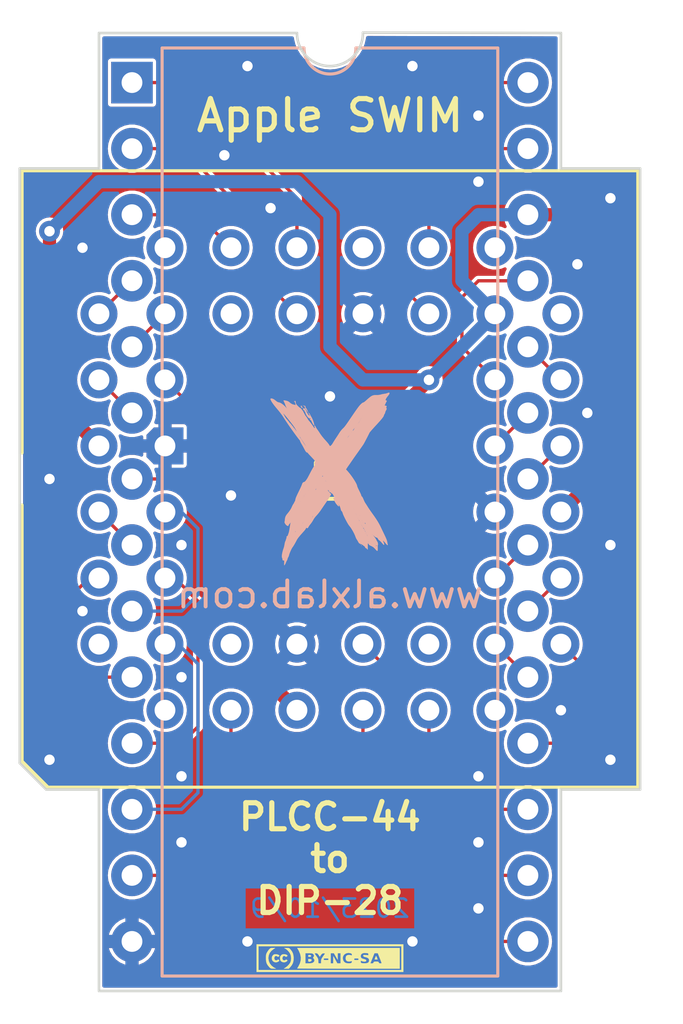
<source format=kicad_pcb>
(kicad_pcb (version 20211014) (generator pcbnew)
  (layers (0 "F.Cu" signal) (31 "B.Cu" signal) (34 "B.Paste" user) (35 "F.Paste" user) (36 "B.SilkS" user "B.Silkscreen") (37 "F.SilkS" user "F.Silkscreen") (38 "B.Mask" user) (39 "F.Mask" user) (44 "Edge.Cuts" user))
  (net 0 "")
  (net 1 "/PHASE_0")
  (net 2 "/PHASE_2")
  (net 3 "/A0")
  (net 4 "/A1")
  (net 5 "/A2")
  (net 6 "/A3")
  (net 7 "/~{DEV}")
  (net 8 "/WRDATA")
  (net 9 "/~{WRREQ}")
  (net 10 "/D0")
  (net 11 "/D1")
  (net 12 "/D2")
  (net 13 "/D3")
  (net 14 "/GND")
  (net 15 "/D4")
  (net 16 "/D5")
  (net 17 "/D6")
  (net 18 "/D7")
  (net 19 "/~{ENBL2}")
  (net 20 "/~{ENBL1}")
  (net 21 "/SENSE")
  (net 22 "/RDDATE")
  (net 23 "/~{RESET}")
  (net 24 "/FCLK")
  (net 25 "/Q3{slash}HDSEL")
  (net 26 "/VCC")
  (net 27 "/PHASE_3")
  (net 28 "/PHASE_1")
  (footprint "alxlab:DIP-28_W15.24mm_Lead-Frame_SHP-001" (layer "F.Cu") (at 125.755 79.945)
    (fp_text reference "U1" hide)
    (fp_text value "Apple_SWIM_DIP-28")
    (pad "1" thru_hole rect (at 0 0) (size 1.6 1.6) (drill 0.8) (layers *.Cu *.Mask) (net 1 "/PHASE_0"))
    (pad "2" thru_hole oval (at 0 2.54) (size 1.6 1.6) (drill 0.8) (layers *.Cu *.Mask) (net 2 "/PHASE_2"))
    (pad "3" thru_hole oval (at 0 5.08) (size 1.6 1.6) (drill 0.8) (layers *.Cu *.Mask) (net 3 "/A0"))
    (pad "4" thru_hole oval (at 0 7.62) (size 1.6 1.6) (drill 0.8) (layers *.Cu *.Mask) (net 4 "/A1"))
    (pad "5" thru_hole oval (at 0 10.16) (size 1.6 1.6) (drill 0.8) (layers *.Cu *.Mask) (net 5 "/A2"))
    (pad "6" thru_hole oval (at 0 12.7) (size 1.6 1.6) (drill 0.8) (layers *.Cu *.Mask) (net 6 "/A3"))
    (pad "7" thru_hole oval (at 0 15.24) (size 1.6 1.6) (drill 0.8) (layers *.Cu *.Mask) (net 7 "/~{DEV}"))
    (pad "8" thru_hole oval (at 0 17.78) (size 1.6 1.6) (drill 0.8) (layers *.Cu *.Mask) (net 8 "/WRDATA"))
    (pad "9" thru_hole oval (at 0 20.32) (size 1.6 1.6) (drill 0.8) (layers *.Cu *.Mask) (net 9 "/~{WRREQ}"))
    (pad "10" thru_hole oval (at 0 22.86) (size 1.6 1.6) (drill 0.8) (layers *.Cu *.Mask) (net 10 "/D0"))
    (pad "11" thru_hole oval (at 0 25.4) (size 1.6 1.6) (drill 0.8) (layers *.Cu *.Mask) (net 11 "/D1"))
    (pad "12" thru_hole oval (at 0 27.94) (size 1.6 1.6) (drill 0.8) (layers *.Cu *.Mask) (net 12 "/D2"))
    (pad "13" thru_hole oval (at 0 30.48) (size 1.6 1.6) (drill 0.8) (layers *.Cu *.Mask) (net 13 "/D3"))
    (pad "14" thru_hole oval (at 0 33.02) (size 1.6 1.6) (drill 0.8) (layers *.Cu *.Mask) (net 14 "/GND"))
    (pad "15" thru_hole oval (at 15.24 33.02) (size 1.6 1.6) (drill 0.8) (layers *.Cu *.Mask) (net 15 "/D4"))
    (pad "16" thru_hole oval (at 15.24 30.48) (size 1.6 1.6) (drill 0.8) (layers *.Cu *.Mask) (net 16 "/D5"))
    (pad "17" thru_hole oval (at 15.24 27.94) (size 1.6 1.6) (drill 0.8) (layers *.Cu *.Mask) (net 17 "/D6"))
    (pad "18" thru_hole oval (at 15.24 25.4) (size 1.6 1.6) (drill 0.8) (layers *.Cu *.Mask) (net 18 "/D7"))
    (pad "19" thru_hole oval (at 15.24 22.86) (size 1.6 1.6) (drill 0.8) (layers *.Cu *.Mask) (net 19 "/~{ENBL2}"))
    (pad "20" thru_hole oval (at 15.24 20.32) (size 1.6 1.6) (drill 0.8) (layers *.Cu *.Mask) (net 20 "/~{ENBL1}"))
    (pad "21" thru_hole oval (at 15.24 17.78) (size 1.6 1.6) (drill 0.8) (layers *.Cu *.Mask) (net 21 "/SENSE"))
    (pad "22" thru_hole oval (at 15.24 15.24) (size 1.6 1.6) (drill 0.8) (layers *.Cu *.Mask) (net 22 "/RDDATE"))
    (pad "23" thru_hole oval (at 15.24 12.7) (size 1.6 1.6) (drill 0.8) (layers *.Cu *.Mask) (net 23 "/~{RESET}"))
    (pad "24" thru_hole oval (at 15.24 10.16) (size 1.6 1.6) (drill 0.8) (layers *.Cu *.Mask) (net 24 "/FCLK"))
    (pad "25" thru_hole oval (at 15.24 7.62) (size 1.6 1.6) (drill 0.8) (layers *.Cu *.Mask) (net 25 "/Q3{slash}HDSEL"))
    (pad "26" thru_hole oval (at 15.24 5.08) (size 1.6 1.6) (drill 0.8) (layers *.Cu *.Mask) (net 26 "/VCC"))
    (pad "27" thru_hole oval (at 15.24 2.54) (size 1.6 1.6) (drill 0.8) (layers *.Cu *.Mask) (net 27 "/PHASE_3"))
    (pad "28" thru_hole oval (at 15.24 0) (size 1.6 1.6) (drill 0.8) (layers *.Cu *.Mask) (net 28 "/PHASE_1"))
  )
  (footprint "Package_LCC:PLCC-44_THT-Socket" (layer "F.Cu") (at 127.025 93.915 90)
    (fp_text reference "U2" (at -1.27 6.35 90) (layer "F.SilkS"))
    (fp_text value "Apple_SWIM_PLCC-44")
    (pad "1" thru_hole roundrect (at 0 0 90) (size 1.4224 1.4224) (drill 0.8) (layers *.Cu *.Mask "F.Paste") (roundrect_rratio 0) (chamfer_ratio 0.2) (chamfer top_left top_right) (net 14 "/GND"))
    (pad "2" thru_hole circle (at -2.54 -2.54 90) (size 1.4224 1.4224) (drill 0.8) (layers *.Cu *.Mask) (net 8 "/WRDATA"))
    (pad "3" thru_hole circle (at -2.54 0 90) (size 1.4224 1.4224) (drill 0.8) (layers *.Cu *.Mask) (net 9 "/~{WRREQ}"))
    (pad "4" thru_hole circle (at -5.08 -2.54 90) (size 1.4224 1.4224) (drill 0.8) (layers *.Cu *.Mask) (net 10 "/D0"))
    (pad "5" thru_hole circle (at -5.08 0 90) (size 1.4224 1.4224) (drill 0.8) (layers *.Cu *.Mask) (net 11 "/D1"))
    (pad "6" thru_hole circle (at -7.62 -2.54 90) (size 1.4224 1.4224) (drill 0.8) (layers *.Cu *.Mask))
    (pad "7" thru_hole circle (at -10.16 0 90) (size 1.4224 1.4224) (drill 0.8) (layers *.Cu *.Mask))
    (pad "8" thru_hole circle (at -7.62 0 90) (size 1.4224 1.4224) (drill 0.8) (layers *.Cu *.Mask) (net 12 "/D2"))
    (pad "9" thru_hole circle (at -10.16 2.54 90) (size 1.4224 1.4224) (drill 0.8) (layers *.Cu *.Mask) (net 13 "/D3"))
    (pad "10" thru_hole circle (at -7.62 2.54 90) (size 1.4224 1.4224) (drill 0.8) (layers *.Cu *.Mask))
    (pad "11" thru_hole circle (at -10.16 5.08 90) (size 1.4224 1.4224) (drill 0.8) (layers *.Cu *.Mask) (net 26 "/VCC"))
    (pad "12" thru_hole circle (at -7.62 5.08 90) (size 1.4224 1.4224) (drill 0.8) (layers *.Cu *.Mask) (net 14 "/GND"))
    (pad "13" thru_hole circle (at -10.16 7.62 90) (size 1.4224 1.4224) (drill 0.8) (layers *.Cu *.Mask) (net 15 "/D4"))
    (pad "14" thru_hole circle (at -7.62 7.62 90) (size 1.4224 1.4224) (drill 0.8) (layers *.Cu *.Mask) (net 16 "/D5"))
    (pad "15" thru_hole circle (at -10.16 10.16 90) (size 1.4224 1.4224) (drill 0.8) (layers *.Cu *.Mask) (net 17 "/D6"))
    (pad "16" thru_hole circle (at -7.62 10.16 90) (size 1.4224 1.4224) (drill 0.8) (layers *.Cu *.Mask))
    (pad "17" thru_hole circle (at -10.16 12.7 90) (size 1.4224 1.4224) (drill 0.8) (layers *.Cu *.Mask))
    (pad "18" thru_hole circle (at -7.62 15.24 90) (size 1.4224 1.4224) (drill 0.8) (layers *.Cu *.Mask) (net 18 "/D7"))
    (pad "19" thru_hole circle (at -7.62 12.7 90) (size 1.4224 1.4224) (drill 0.8) (layers *.Cu *.Mask) (net 19 "/~{ENBL2}"))
    (pad "20" thru_hole circle (at -5.08 15.24 90) (size 1.4224 1.4224) (drill 0.8) (layers *.Cu *.Mask) (net 20 "/~{ENBL1}"))
    (pad "21" thru_hole circle (at -5.08 12.7 90) (size 1.4224 1.4224) (drill 0.8) (layers *.Cu *.Mask) (net 21 "/SENSE"))
    (pad "22" thru_hole circle (at -2.54 15.24 90) (size 1.4224 1.4224) (drill 0.8) (layers *.Cu *.Mask) (net 26 "/VCC"))
    (pad "23" thru_hole circle (at -2.54 12.7 90) (size 1.4224 1.4224) (drill 0.8) (layers *.Cu *.Mask) (net 14 "/GND"))
    (pad "24" thru_hole circle (at 0 15.24 90) (size 1.4224 1.4224) (drill 0.8) (layers *.Cu *.Mask) (net 22 "/RDDATE"))
    (pad "25" thru_hole circle (at 0 12.7 90) (size 1.4224 1.4224) (drill 0.8) (layers *.Cu *.Mask) (net 23 "/~{RESET}"))
    (pad "26" thru_hole circle (at 2.54 15.24 90) (size 1.4224 1.4224) (drill 0.8) (layers *.Cu *.Mask) (net 24 "/FCLK"))
    (pad "27" thru_hole circle (at 2.54 12.7 90) (size 1.4224 1.4224) (drill 0.8) (layers *.Cu *.Mask) (net 25 "/Q3{slash}HDSEL"))
    (pad "28" thru_hole circle (at 5.08 15.24 90) (size 1.4224 1.4224) (drill 0.8) (layers *.Cu *.Mask))
    (pad "29" thru_hole circle (at 7.62 12.7 90) (size 1.4224 1.4224) (drill 0.8) (layers *.Cu *.Mask))
    (pad "30" thru_hole circle (at 5.08 12.7 90) (size 1.4224 1.4224) (drill 0.8) (layers *.Cu *.Mask) (net 26 "/VCC"))
    (pad "31" thru_hole circle (at 7.62 10.16 90) (size 1.4224 1.4224) (drill 0.8) (layers *.Cu *.Mask) (net 27 "/PHASE_3"))
    (pad "32" thru_hole circle (at 5.08 10.16 90) (size 1.4224 1.4224) (drill 0.8) (layers *.Cu *.Mask) (net 28 "/PHASE_1"))
    (pad "33" thru_hole circle (at 7.62 7.62 90) (size 1.4224 1.4224) (drill 0.8) (layers *.Cu *.Mask))
    (pad "34" thru_hole circle (at 5.08 7.62 90) (size 1.4224 1.4224) (drill 0.8) (layers *.Cu *.Mask) (net 14 "/GND"))
    (pad "35" thru_hole circle (at 7.62 5.08 90) (size 1.4224 1.4224) (drill 0.8) (layers *.Cu *.Mask) (net 1 "/PHASE_0"))
    (pad "36" thru_hole circle (at 5.08 5.08 90) (size 1.4224 1.4224) (drill 0.8) (layers *.Cu *.Mask) (net 2 "/PHASE_2"))
    (pad "37" thru_hole circle (at 7.62 2.54 90) (size 1.4224 1.4224) (drill 0.8) (layers *.Cu *.Mask) (net 3 "/A0"))
    (pad "38" thru_hole circle (at 5.08 2.54 90) (size 1.4224 1.4224) (drill 0.8) (layers *.Cu *.Mask))
    (pad "39" thru_hole circle (at 7.62 0 90) (size 1.4224 1.4224) (drill 0.8) (layers *.Cu *.Mask))
    (pad "40" thru_hole circle (at 5.08 -2.54 90) (size 1.4224 1.4224) (drill 0.8) (layers *.Cu *.Mask) (net 4 "/A1"))
    (pad "41" thru_hole circle (at 5.08 0 90) (size 1.4224 1.4224) (drill 0.8) (layers *.Cu *.Mask) (net 5 "/A2"))
    (pad "42" thru_hole circle (at 2.54 -2.54 90) (size 1.4224 1.4224) (drill 0.8) (layers *.Cu *.Mask) (net 6 "/A3"))
    (pad "43" thru_hole circle (at 2.54 0 90) (size 1.4224 1.4224) (drill 0.8) (layers *.Cu *.Mask) (net 7 "/~{DEV}"))
    (pad "44" thru_hole circle (at 0 -2.54 90) (size 1.4224 1.4224) (drill 0.8) (layers *.Cu *.Mask) (net 26 "/VCC"))
  )
  (footprint "alxlab:logo_7_back" (layer "F.Cu") (at 133.365567 94.123868)
    (fp_text reference "G***" hide)
    (fp_text value "LOGO" hide)
  )
  (footprint "alxlab:cc_by_nc_sa_small_front_silk_screen" (layer "F.Cu") (at 133.375 113.6)
    (fp_text reference "G***" hide)
    (fp_text value "LOGO" hide)
  )
  (gr_line (start 124.485 107.123) (end 122.453 107.123) (layer "Edge.Cuts") (width 0.1))
  (gr_line (start 124.485 114.87) (end 124.485 107.123) (layer "Edge.Cuts") (width 0.1))
  (gr_arc (start 134.645 78.025) (mid 133.382544 79.310022) (end 132.105 78.04) (layer "Edge.Cuts") (width 0.1))
  (gr_line (start 121.437 106.107) (end 122.453 107.123) (layer "Edge.Cuts") (width 0.1))
  (gr_line (start 121.437 106.107) (end 121.437 83.247) (layer "Edge.Cuts") (width 0.1))
  (gr_line (start 142.265 107.123) (end 142.265 114.87) (layer "Edge.Cuts") (width 0.1))
  (gr_line (start 121.437 83.247) (end 124.485 83.247) (layer "Edge.Cuts") (width 0.1))
  (gr_line (start 142.265 107.123) (end 145.313 107.123) (layer "Edge.Cuts") (width 0.1))
  (gr_line (start 145.313 107.123) (end 145.313 83.247) (layer "Edge.Cuts") (width 0.1))
  (gr_line (start 124.485 83.247) (end 124.485 78.04) (layer "Edge.Cuts") (width 0.1))
  (gr_line (start 134.645 78.025) (end 142.265 78.04) (layer "Edge.Cuts") (width 0.1))
  (gr_line (start 142.265 83.247) (end 142.265 78.04) (layer "Edge.Cuts") (width 0.1))
  (gr_line (start 145.313 83.247) (end 142.265 83.247) (layer "Edge.Cuts") (width 0.1))
  (gr_line (start 142.265 114.87) (end 124.485 114.87) (layer "Edge.Cuts") (width 0.1))
  (gr_line (start 124.485 78.04) (end 132.105 78.04) (layer "Edge.Cuts") (width 0.1))
  (gr_text "2023/10/9" (at 133.375 111.695) (layer "B.Cu") (effects (font (size 0.7 0.7) (thickness 0.1)) (justify mirror)))
  (gr_text "www.alxlab.com" (at 133.375 99.63) (layer "B.SilkS") (effects (font (size 1 1)) (justify mirror)))
  (gr_text "Apple SWIM" (at 133.375 81.215) (layer "F.SilkS") (effects (font (size 1.2 1.2) (thickness 0.2))))
  (gr_text "PLCC-44\nto\nDIP-28" (at 133.375 109.79) (layer "F.SilkS") (effects (font (size 1 1) (thickness 0.2))))
  (segment (start 125.755 79.945) (end 127.66 79.945) (width 0.127) (layer "F.Cu") (net 1))
  (segment (start 127.66 79.945) (end 132.105 84.39) (width 0.127) (layer "F.Cu") (net 1))
  (segment (start 132.105 84.39) (end 132.105 86.295) (width 0.127) (layer "F.Cu") (net 1))
  (segment (start 130.835 85.66) (end 130.835 87.565) (width 0.127) (layer "F.Cu") (net 2))
  (segment (start 130.835 87.565) (end 132.105 88.835) (width 0.127) (layer "F.Cu") (net 2))
  (segment (start 127.66 82.485) (end 130.835 85.66) (width 0.127) (layer "F.Cu") (net 2))
  (segment (start 125.755 82.485) (end 127.66 82.485) (width 0.127) (layer "F.Cu") (net 2))
  (segment (start 128.295 85.025) (end 129.565 86.295) (width 0.127) (layer "F.Cu") (net 3))
  (segment (start 125.755 85.025) (end 128.295 85.025) (width 0.127) (layer "F.Cu") (net 3))
  (segment (start 124.485 88.835) (end 125.755 87.565) (width 0.127) (layer "F.Cu") (net 4))
  (segment (start 125.755 90.105) (end 127.025 88.835) (width 0.127) (layer "F.Cu") (net 5))
  (segment (start 125.755 92.645) (end 124.485 91.375) (width 0.127) (layer "F.Cu") (net 6))
  (segment (start 128.93 93.28) (end 127.025 91.375) (width 0.127) (layer "F.Cu") (net 7))
  (segment (start 128.295 95.185) (end 128.93 94.55) (width 0.127) (layer "F.Cu") (net 7))
  (segment (start 128.93 94.55) (end 128.93 93.28) (width 0.127) (layer "F.Cu") (net 7))
  (segment (start 125.755 95.185) (end 128.295 95.185) (width 0.127) (layer "F.Cu") (net 7))
  (segment (start 125.755 97.725) (end 124.485 96.455) (width 0.127) (layer "F.Cu") (net 8))
  (segment (start 125.755 100.265) (end 127.662599 100.265) (width 0.127) (layer "B.Cu") (net 9))
  (segment (start 128.295 99.632599) (end 128.295 97.09) (width 0.127) (layer "B.Cu") (net 9))
  (segment (start 127.66 96.455) (end 127.025 96.455) (width 0.127) (layer "B.Cu") (net 9))
  (segment (start 128.295 97.09) (end 127.66 96.455) (width 0.127) (layer "B.Cu") (net 9))
  (segment (start 127.662599 100.265) (end 128.295 99.632599) (width 0.127) (layer "B.Cu") (net 9))
  (segment (start 123.85 102.805) (end 125.755 102.805) (width 0.127) (layer "F.Cu") (net 10))
  (segment (start 124.104 98.995) (end 123.215 99.884) (width 0.127) (layer "F.Cu") (net 10))
  (segment (start 123.215 102.17) (end 123.85 102.805) (width 0.127) (layer "F.Cu") (net 10))
  (segment (start 124.485 98.995) (end 124.104 98.995) (width 0.127) (layer "F.Cu") (net 10))
  (segment (start 123.215 99.884) (end 123.215 102.17) (width 0.127) (layer "F.Cu") (net 10))
  (segment (start 128.295 104.71) (end 127.66 105.345) (width 0.127) (layer "F.Cu") (net 11))
  (segment (start 127.66 105.345) (end 125.755 105.345) (width 0.127) (layer "F.Cu") (net 11))
  (segment (start 127.025 98.995) (end 127.406 98.995) (width 0.127) (layer "F.Cu") (net 11))
  (segment (start 128.295 99.884) (end 128.295 104.71) (width 0.127) (layer "F.Cu") (net 11))
  (segment (start 127.406 98.995) (end 128.295 99.884) (width 0.127) (layer "F.Cu") (net 11))
  (segment (start 128.295 102.297) (end 128.295 107.25) (width 0.127) (layer "B.Cu") (net 12))
  (segment (start 127.025 101.535) (end 127.533 101.535) (width 0.127) (layer "B.Cu") (net 12))
  (segment (start 127.66 107.885) (end 125.755 107.885) (width 0.127) (layer "B.Cu") (net 12))
  (segment (start 128.295 107.25) (end 127.66 107.885) (width 0.127) (layer "B.Cu") (net 12))
  (segment (start 127.533 101.535) (end 128.295 102.297) (width 0.127) (layer "B.Cu") (net 12))
  (segment (start 129.565 104.075) (end 129.565 108.52) (width 0.127) (layer "F.Cu") (net 13))
  (segment (start 127.66 110.425) (end 125.755 110.425) (width 0.127) (layer "F.Cu") (net 13))
  (segment (start 129.565 108.52) (end 127.66 110.425) (width 0.127) (layer "F.Cu") (net 13))
  (via (at 136.55 79.31) (size 0.8) (drill 0.4) (layers "F.Cu" "B.Cu") (net 14))
  (via (at 144.17 97.725) (size 0.8) (drill 0.4) (layers "F.Cu" "B.Cu") (net 14))
  (via (at 142.265 104.075) (size 0.8) (drill 0.4) (layers "F.Cu" "B.Cu") (net 14))
  (via (at 127.66 102.805) (size 0.8) (drill 0.4) (layers "F.Cu" "B.Cu") (net 14))
  (via (at 139.09 109.155) (size 0.8) (drill 0.4) (layers "F.Cu" "B.Cu") (net 14))
  (via (at 143.281 92.645) (size 0.8) (drill 0.4) (layers "F.Cu" "B.Cu") (net 14))
  (via (at 127.66 109.155) (size 0.8) (drill 0.4) (layers "F.Cu" "B.Cu") (net 14))
  (via (at 130.2 79.31) (size 0.8) (drill 0.4) (layers "F.Cu" "B.Cu") (net 14))
  (via (at 130.2 112.965) (size 0.8) (drill 0.4) (layers "F.Cu" "B.Cu") (net 14))
  (via (at 122.58 105.98) (size 0.8) (drill 0.4) (layers "F.Cu" "B.Cu") (net 14))
  (via (at 144.17 105.98) (size 0.8) (drill 0.4) (layers "F.Cu" "B.Cu") (net 14))
  (via (at 142.9 86.93) (size 0.8) (drill 0.4) (layers "F.Cu" "B.Cu") (net 14))
  (via (at 127.66 106.615) (size 0.8) (drill 0.4) (layers "F.Cu" "B.Cu") (net 14))
  (via (at 139.09 81.215) (size 0.8) (drill 0.4) (layers "F.Cu" "B.Cu") (net 14))
  (via (at 123.85 86.295) (size 0.8) (drill 0.4) (layers "F.Cu" "B.Cu") (net 14))
  (via (at 123.85 100.265) (size 0.8) (drill 0.4) (layers "F.Cu" "B.Cu") (net 14))
  (via (at 129.311 82.739) (size 0.8) (drill 0.4) (layers "F.Cu" "B.Cu") (net 14))
  (via (at 139.09 83.755) (size 0.8) (drill 0.4) (layers "F.Cu" "B.Cu") (net 14))
  (via (at 129.565 95.82) (size 0.8) (drill 0.4) (layers "F.Cu" "B.Cu") (net 14))
  (via (at 139.09 106.615) (size 0.8) (drill 0.4) (layers "F.Cu" "B.Cu") (net 14))
  (via (at 136.55 112.965) (size 0.8) (drill 0.4) (layers "F.Cu" "B.Cu") (net 14))
  (via (at 133.375 92.01) (size 0.8) (drill 0.4) (layers "F.Cu" "B.Cu") (net 14))
  (via (at 131.089 84.771) (size 0.8) (drill 0.4) (layers "F.Cu" "B.Cu") (net 14))
  (via (at 127.66 97.725) (size 0.8) (drill 0.4) (layers "F.Cu" "B.Cu") (net 14))
  (via (at 122.58 95.185) (size 0.8) (drill 0.4) (layers "F.Cu" "B.Cu") (net 14))
  (via (at 144.17 84.39) (size 0.8) (drill 0.4) (layers "F.Cu" "B.Cu") (net 14))
  (via (at 139.09 111.695) (size 0.8) (drill 0.4) (layers "F.Cu" "B.Cu") (net 14))
  (segment (start 139.09 112.965) (end 134.645 108.52) (width 0.127) (layer "F.Cu") (net 15))
  (segment (start 140.995 112.965) (end 139.09 112.965) (width 0.127) (layer "F.Cu") (net 15))
  (segment (start 134.645 108.52) (end 134.645 104.075) (width 0.127) (layer "F.Cu") (net 15))
  (segment (start 140.995 110.425) (end 139.09 110.425) (width 0.127) (layer "F.Cu") (net 16))
  (segment (start 135.915 107.25) (end 135.915 102.805) (width 0.127) (layer "F.Cu") (net 16))
  (segment (start 139.09 110.425) (end 135.915 107.25) (width 0.127) (layer "F.Cu") (net 16))
  (segment (start 135.915 102.805) (end 134.645 101.535) (width 0.127) (layer "F.Cu") (net 16))
  (segment (start 139.09 107.885) (end 137.185 105.98) (width 0.127) (layer "F.Cu") (net 17))
  (segment (start 137.185 105.98) (end 137.185 104.075) (width 0.127) (layer "F.Cu") (net 17))
  (segment (start 140.995 107.885) (end 139.09 107.885) (width 0.127) (layer "F.Cu") (net 17))
  (segment (start 142.9 105.345) (end 143.535 104.71) (width 0.127) (layer "F.Cu") (net 18))
  (segment (start 143.535 102.805) (end 142.265 101.535) (width 0.127) (layer "F.Cu") (net 18))
  (segment (start 143.535 104.71) (end 143.535 102.805) (width 0.127) (layer "F.Cu") (net 18))
  (segment (start 140.995 105.345) (end 142.9 105.345) (width 0.127) (layer "F.Cu") (net 18))
  (segment (start 139.725 101.535) (end 140.995 102.805) (width 0.127) (layer "F.Cu") (net 19))
  (segment (start 140.995 100.265) (end 142.265 98.995) (width 0.127) (layer "F.Cu") (net 20))
  (segment (start 140.995 97.725) (end 139.725 98.995) (width 0.127) (layer "F.Cu") (net 21))
  (segment (start 140.995 95.185) (end 142.265 93.915) (width 0.127) (layer "F.Cu") (net 22))
  (segment (start 139.725 93.915) (end 140.995 92.645) (width 0.127) (layer "F.Cu") (net 23))
  (segment (start 142.265 91.375) (end 140.995 90.105) (width 0.127) (layer "F.Cu") (net 24))
  (segment (start 139.725 91.375) (end 138.455 90.105) (width 0.127) (layer "F.Cu") (net 25))
  (segment (start 138.455 90.105) (end 138.455 88.2) (width 0.127) (layer "F.Cu") (net 25))
  (segment (start 139.09 87.565) (end 140.995 87.565) (width 0.127) (layer "F.Cu") (net 25))
  (segment (start 138.455 88.2) (end 139.09 87.565) (width 0.127) (layer "F.Cu") (net 25))
  (segment (start 142.9 85.025) (end 140.995 85.025) (width 0.508) (layer "F.Cu") (net 26))
  (segment (start 122.58 85.66) (end 122.58 92.01) (width 0.508) (layer "F.Cu") (net 26))
  (segment (start 137.185 91.375) (end 130.835 97.725) (width 0.508) (layer "F.Cu") (net 26))
  (segment (start 130.835 97.725) (end 130.835 102.805) (width 0.508) (layer "F.Cu") (net 26))
  (segment (start 144.17 94.55) (end 144.17 86.295) (width 0.508) (layer "F.Cu") (net 26))
  (segment (start 130.835 102.805) (end 132.105 104.075) (width 0.508) (layer "F.Cu") (net 26))
  (segment (start 122.58 92.01) (end 124.485 93.915) (width 0.508) (layer "F.Cu") (net 26))
  (segment (start 142.265 96.455) (end 144.17 94.55) (width 0.508) (layer "F.Cu") (net 26))
  (segment (start 144.17 86.295) (end 142.9 85.025) (width 0.508) (layer "F.Cu") (net 26))
  (via (at 137.185 91.375) (size 0.8) (drill 0.4) (layers "F.Cu" "B.Cu") (net 26))
  (via (at 122.58 85.66) (size 0.8) (drill 0.4) (layers "F.Cu" "B.Cu") (net 26))
  (segment (start 133.375 90.105) (end 133.375 85.025) (width 0.508) (layer "B.Cu") (net 26))
  (segment (start 139.725 88.835) (end 137.185 91.375) (width 0.508) (layer "B.Cu") (net 26))
  (segment (start 138.455 87.565) (end 138.455 85.66) (width 0.508) (layer "B.Cu") (net 26))
  (segment (start 137.185 91.375) (end 134.645 91.375) (width 0.508) (layer "B.Cu") (net 26))
  (segment (start 124.485 83.755) (end 122.58 85.66) (width 0.508) (layer "B.Cu") (net 26))
  (segment (start 132.105 83.755) (end 124.485 83.755) (width 0.508) (layer "B.Cu") (net 26))
  (segment (start 133.375 85.025) (end 132.105 83.755) (width 0.508) (layer "B.Cu") (net 26))
  (segment (start 139.725 88.835) (end 138.455 87.565) (width 0.508) (layer "B.Cu") (net 26))
  (segment (start 134.645 91.375) (end 133.375 90.105) (width 0.508) (layer "B.Cu") (net 26))
  (segment (start 138.455 85.66) (end 139.09 85.025) (width 0.508) (layer "B.Cu") (net 26))
  (segment (start 139.09 85.025) (end 140.995 85.025) (width 0.508) (layer "B.Cu") (net 26))
  (segment (start 137.185 84.39) (end 137.185 86.295) (width 0.127) (layer "F.Cu") (net 27))
  (segment (start 140.995 82.485) (end 139.09 82.485) (width 0.127) (layer "F.Cu") (net 27))
  (segment (start 139.09 82.485) (end 137.185 84.39) (width 0.127) (layer "F.Cu") (net 27))
  (segment (start 139.11 79.945) (end 140.995 79.945) (width 0.127) (layer "F.Cu") (net 28))
  (segment (start 137.185 88.835) (end 135.915 87.565) (width 0.127) (layer "F.Cu") (net 28))
  (segment (start 135.915 83.14) (end 139.11 79.945) (width 0.127) (layer "F.Cu") (net 28))
  (segment (start 135.915 87.565) (end 135.915 83.14) (width 0.127) (layer "F.Cu") (net 28))
  (zone (net 14) (net_name "/GND") (layer "F.Cu") (connect_pads (clearance 0.127)) (min_thickness 0.127) (fill yes (thermal_gap 0.127) (thermal_bridge_width 0.508))
    (polygon (pts (xy 146.075 115.505) (xy 120.675 115.505) (xy 120.675 77.405) (xy 146.075 77.42)))
  )
  (zone (net 14) (net_name "/GND") (layer "B.Cu") (connect_pads (clearance 0.127)) (min_thickness 0.127) (fill yes (thermal_gap 0.127) (thermal_bridge_width 0.508))
    (polygon (pts (xy 146.075 115.52) (xy 121.31 115.505) (xy 121.31 76.77) (xy 146.075 76.785)))
  )
)
</source>
